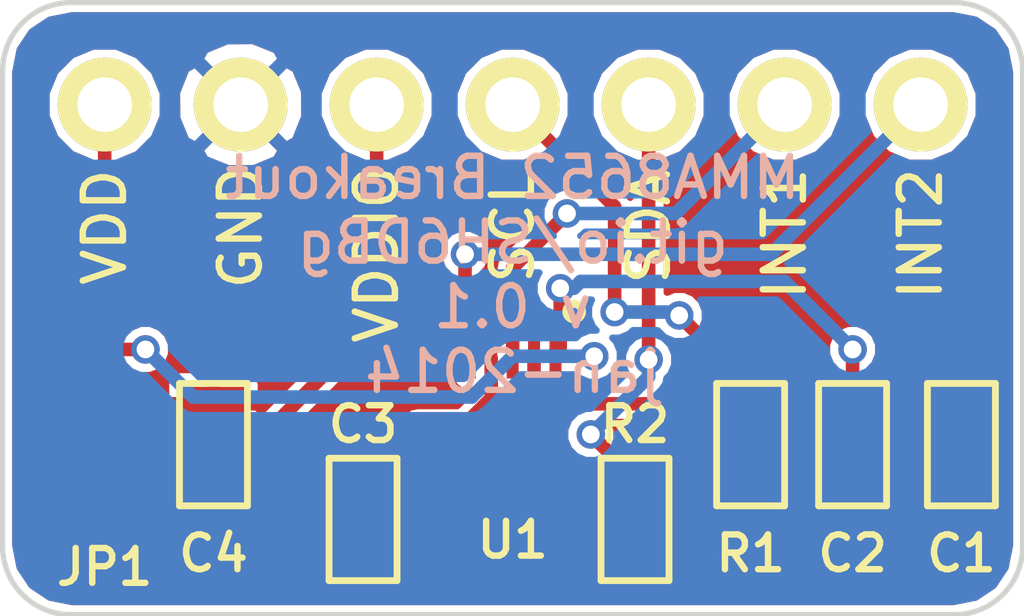
<source format=kicad_pcb>
(kicad_pcb (version 3) (host pcbnew "(2013-07-07 BZR 4022)-stable")

  (general
    (links 23)
    (no_connects 0)
    (area 174.239267 35.4126 194.995001 47.675001)
    (thickness 1.6)
    (drawings 9)
    (tracks 68)
    (zones 0)
    (modules 15)
    (nets 9)
  )

  (page A3)
  (layers
    (15 F.Cu signal)
    (0 B.Cu signal)
    (16 B.Adhes user)
    (17 F.Adhes user)
    (18 B.Paste user)
    (19 F.Paste user)
    (20 B.SilkS user)
    (21 F.SilkS user)
    (22 B.Mask user)
    (23 F.Mask user)
    (24 Dwgs.User user)
    (25 Cmts.User user)
    (26 Eco1.User user)
    (27 Eco2.User user)
    (28 Edge.Cuts user)
  )

  (setup
    (last_trace_width 0.254)
    (trace_clearance 0.1524)
    (zone_clearance 0.127)
    (zone_45_only no)
    (trace_min 0.254)
    (segment_width 0.2)
    (edge_width 0.1)
    (via_size 0.889)
    (via_drill 0.635)
    (via_min_size 0.5334)
    (via_min_drill 0.3302)
    (user_via 0.5334 0.3302)
    (uvia_size 0.508)
    (uvia_drill 0.127)
    (uvias_allowed no)
    (uvia_min_size 0.508)
    (uvia_min_drill 0.127)
    (pcb_text_width 0.3)
    (pcb_text_size 1.5 1.5)
    (mod_edge_width 0.15)
    (mod_text_size 1 1)
    (mod_text_width 0.15)
    (pad_size 1 0.225)
    (pad_drill 0)
    (pad_to_mask_clearance 0)
    (aux_axis_origin 0 0)
    (visible_elements 7FFFFFBF)
    (pcbplotparams
      (layerselection 284196865)
      (usegerberextensions true)
      (excludeedgelayer true)
      (linewidth 0.150000)
      (plotframeref false)
      (viasonmask false)
      (mode 1)
      (useauxorigin false)
      (hpglpennumber 1)
      (hpglpenspeed 20)
      (hpglpendiameter 15)
      (hpglpenoverlay 2)
      (psnegative false)
      (psa4output false)
      (plotreference true)
      (plotvalue true)
      (plotothertext true)
      (plotinvisibletext false)
      (padsonsilk false)
      (subtractmaskfromsilk false)
      (outputformat 1)
      (mirror false)
      (drillshape 0)
      (scaleselection 1)
      (outputdirectory gerbers))
  )

  (net 0 "")
  (net 1 GND)
  (net 2 INT1)
  (net 3 INT2)
  (net 4 N-000002)
  (net 5 SCL)
  (net 6 SDA)
  (net 7 VDD)
  (net 8 VDDIO)

  (net_class Default "This is the default net class."
    (clearance 0.1524)
    (trace_width 0.254)
    (via_dia 0.889)
    (via_drill 0.635)
    (uvia_dia 0.508)
    (uvia_drill 0.127)
    (add_net "")
    (add_net GND)
    (add_net INT1)
    (add_net INT2)
    (add_net N-000002)
    (add_net SCL)
    (add_net SDA)
    (add_net VDD)
    (add_net VDDIO)
  )

  (module SM0603 (layer F.Cu) (tedit 52D8923C) (tstamp 52D88CCC)
    (at 191.77 44.45 270)
    (path /52D6E4BE)
    (attr smd)
    (fp_text reference C2 (at 2.032 0 360) (layer F.SilkS)
      (effects (font (size 0.65 0.65) (thickness 0.12)))
    )
    (fp_text value 0.1uF (at 0 0 270) (layer F.SilkS) hide
      (effects (font (size 0.508 0.4572) (thickness 0.1143)))
    )
    (fp_line (start -1.143 -0.635) (end 1.143 -0.635) (layer F.SilkS) (width 0.127))
    (fp_line (start 1.143 -0.635) (end 1.143 0.635) (layer F.SilkS) (width 0.127))
    (fp_line (start 1.143 0.635) (end -1.143 0.635) (layer F.SilkS) (width 0.127))
    (fp_line (start -1.143 0.635) (end -1.143 -0.635) (layer F.SilkS) (width 0.127))
    (pad 1 smd rect (at -0.762 0 270) (size 0.635 1.143)
      (layers F.Cu F.Paste F.Mask)
      (net 7 VDD)
    )
    (pad 2 smd rect (at 0.762 0 270) (size 0.635 1.143)
      (layers F.Cu F.Paste F.Mask)
      (net 1 GND)
    )
    (model smd\resistors\R0603.wrl
      (at (xyz 0 0 0.001))
      (scale (xyz 0.5 0.5 0.5))
      (rotate (xyz 0 0 0))
    )
  )

  (module SM0603 (layer F.Cu) (tedit 52D89240) (tstamp 52D88CD6)
    (at 193.802 44.45 270)
    (path /52D6E4CB)
    (attr smd)
    (fp_text reference C1 (at 2.032 0 360) (layer F.SilkS)
      (effects (font (size 0.65 0.65) (thickness 0.12)))
    )
    (fp_text value 1uF (at 0 0 270) (layer F.SilkS) hide
      (effects (font (size 0.508 0.4572) (thickness 0.1143)))
    )
    (fp_line (start -1.143 -0.635) (end 1.143 -0.635) (layer F.SilkS) (width 0.127))
    (fp_line (start 1.143 -0.635) (end 1.143 0.635) (layer F.SilkS) (width 0.127))
    (fp_line (start 1.143 0.635) (end -1.143 0.635) (layer F.SilkS) (width 0.127))
    (fp_line (start -1.143 0.635) (end -1.143 -0.635) (layer F.SilkS) (width 0.127))
    (pad 1 smd rect (at -0.762 0 270) (size 0.635 1.143)
      (layers F.Cu F.Paste F.Mask)
      (net 7 VDD)
    )
    (pad 2 smd rect (at 0.762 0 270) (size 0.635 1.143)
      (layers F.Cu F.Paste F.Mask)
      (net 1 GND)
    )
    (model smd\resistors\R0603.wrl
      (at (xyz 0 0 0.001))
      (scale (xyz 0.5 0.5 0.5))
      (rotate (xyz 0 0 0))
    )
  )

  (module SM0603 (layer F.Cu) (tedit 52D89402) (tstamp 52D88CE0)
    (at 187.706 45.847 90)
    (path /52D6E64E)
    (attr smd)
    (fp_text reference R2 (at 1.778 0 180) (layer F.SilkS)
      (effects (font (size 0.65 0.65) (thickness 0.12)))
    )
    (fp_text value 1K (at 0 0 90) (layer F.SilkS) hide
      (effects (font (size 0.508 0.4572) (thickness 0.1143)))
    )
    (fp_line (start -1.143 -0.635) (end 1.143 -0.635) (layer F.SilkS) (width 0.127))
    (fp_line (start 1.143 -0.635) (end 1.143 0.635) (layer F.SilkS) (width 0.127))
    (fp_line (start 1.143 0.635) (end -1.143 0.635) (layer F.SilkS) (width 0.127))
    (fp_line (start -1.143 0.635) (end -1.143 -0.635) (layer F.SilkS) (width 0.127))
    (pad 1 smd rect (at -0.762 0 90) (size 0.635 1.143)
      (layers F.Cu F.Paste F.Mask)
      (net 8 VDDIO)
    )
    (pad 2 smd rect (at 0.762 0 90) (size 0.635 1.143)
      (layers F.Cu F.Paste F.Mask)
      (net 6 SDA)
    )
    (model smd\resistors\R0603.wrl
      (at (xyz 0 0 0.001))
      (scale (xyz 0.5 0.5 0.5))
      (rotate (xyz 0 0 0))
    )
  )

  (module SM0603 (layer F.Cu) (tedit 52D8940A) (tstamp 52D88CEA)
    (at 182.626 45.847 270)
    (path /52D6E6E7)
    (attr smd)
    (fp_text reference C3 (at -1.778 0 360) (layer F.SilkS)
      (effects (font (size 0.65 0.65) (thickness 0.12)))
    )
    (fp_text value 100nF (at 0 0 270) (layer F.SilkS) hide
      (effects (font (size 0.508 0.4572) (thickness 0.1143)))
    )
    (fp_line (start -1.143 -0.635) (end 1.143 -0.635) (layer F.SilkS) (width 0.127))
    (fp_line (start 1.143 -0.635) (end 1.143 0.635) (layer F.SilkS) (width 0.127))
    (fp_line (start 1.143 0.635) (end -1.143 0.635) (layer F.SilkS) (width 0.127))
    (fp_line (start -1.143 0.635) (end -1.143 -0.635) (layer F.SilkS) (width 0.127))
    (pad 1 smd rect (at -0.762 0 270) (size 0.635 1.143)
      (layers F.Cu F.Paste F.Mask)
      (net 4 N-000002)
    )
    (pad 2 smd rect (at 0.762 0 270) (size 0.635 1.143)
      (layers F.Cu F.Paste F.Mask)
      (net 1 GND)
    )
    (model smd\resistors\R0603.wrl
      (at (xyz 0 0 0.001))
      (scale (xyz 0.5 0.5 0.5))
      (rotate (xyz 0 0 0))
    )
  )

  (module SM0603 (layer F.Cu) (tedit 52D892A2) (tstamp 52D88CF4)
    (at 189.865 44.45 270)
    (path /52D6E7E3)
    (attr smd)
    (fp_text reference R1 (at 2.032 0 360) (layer F.SilkS)
      (effects (font (size 0.65 0.65) (thickness 0.12)))
    )
    (fp_text value 1K (at 0 0 270) (layer F.SilkS) hide
      (effects (font (size 0.508 0.4572) (thickness 0.1143)))
    )
    (fp_line (start -1.143 -0.635) (end 1.143 -0.635) (layer F.SilkS) (width 0.127))
    (fp_line (start 1.143 -0.635) (end 1.143 0.635) (layer F.SilkS) (width 0.127))
    (fp_line (start 1.143 0.635) (end -1.143 0.635) (layer F.SilkS) (width 0.127))
    (fp_line (start -1.143 0.635) (end -1.143 -0.635) (layer F.SilkS) (width 0.127))
    (pad 1 smd rect (at -0.762 0 270) (size 0.635 1.143)
      (layers F.Cu F.Paste F.Mask)
      (net 5 SCL)
    )
    (pad 2 smd rect (at 0.762 0 270) (size 0.635 1.143)
      (layers F.Cu F.Paste F.Mask)
      (net 8 VDDIO)
    )
    (model smd\resistors\R0603.wrl
      (at (xyz 0 0 0.001))
      (scale (xyz 0.5 0.5 0.5))
      (rotate (xyz 0 0 0))
    )
  )

  (module SM0603 (layer F.Cu) (tedit 52D89232) (tstamp 52D89250)
    (at 179.832 44.45 90)
    (path /52D6E91A)
    (attr smd)
    (fp_text reference C4 (at -2.032 0 180) (layer F.SilkS)
      (effects (font (size 0.65 0.65) (thickness 0.12)))
    )
    (fp_text value 0.1uF (at 0 0 90) (layer F.SilkS) hide
      (effects (font (size 0.508 0.4572) (thickness 0.1143)))
    )
    (fp_line (start -1.143 -0.635) (end 1.143 -0.635) (layer F.SilkS) (width 0.127))
    (fp_line (start 1.143 -0.635) (end 1.143 0.635) (layer F.SilkS) (width 0.127))
    (fp_line (start 1.143 0.635) (end -1.143 0.635) (layer F.SilkS) (width 0.127))
    (fp_line (start -1.143 0.635) (end -1.143 -0.635) (layer F.SilkS) (width 0.127))
    (pad 1 smd rect (at -0.762 0 90) (size 0.635 1.143)
      (layers F.Cu F.Paste F.Mask)
      (net 8 VDDIO)
    )
    (pad 2 smd rect (at 0.762 0 90) (size 0.635 1.143)
      (layers F.Cu F.Paste F.Mask)
      (net 1 GND)
    )
    (model smd\resistors\R0603.wrl
      (at (xyz 0 0 0.001))
      (scale (xyz 0.5 0.5 0.5))
      (rotate (xyz 0 0 0))
    )
  )

  (module jmp_small (layer F.Cu) (tedit 52D8922E) (tstamp 52D89257)
    (at 177.8 44.45)
    (path /52D6E87D)
    (fp_text reference JP1 (at 0 2.286) (layer F.SilkS)
      (effects (font (size 0.65 0.65) (thickness 0.12)))
    )
    (fp_text value JUMPER (at 0 1.9) (layer F.SilkS) hide
      (effects (font (size 1 1) (thickness 0.15)))
    )
    (pad 1 smd trapezoid (at 0 -0.635) (size 1 1) (rect_delta 0 0.25 )
      (layers F.Cu F.Paste F.Mask)
      (net 7 VDD)
    )
    (pad 2 smd trapezoid (at 0 0.635) (size 1 1) (rect_delta 0 -0.25 )
      (layers F.Cu F.Paste F.Mask)
      (net 8 VDDIO)
    )
  )

  (module TEST_0.100 (layer F.Cu) (tedit 52D89165) (tstamp 52D89086)
    (at 177.8 38.1)
    (path /52D88DCF)
    (fp_text reference P1 (at 0 -2.1) (layer F.SilkS) hide
      (effects (font (size 0.75 0.75) (thickness 0.12)))
    )
    (fp_text value VDD (at 0 2.286 90) (layer F.SilkS)
      (effects (font (size 0.75 0.75) (thickness 0.12)))
    )
    (pad 1 thru_hole circle (at 0 0) (size 1.75 1.75) (drill 1.02)
      (layers *.Cu *.Mask F.SilkS)
      (net 7 VDD)
    )
  )

  (module TEST_0.100 (layer F.Cu) (tedit 52D89161) (tstamp 52D8908B)
    (at 182.88 38.1)
    (path /52D88DDE)
    (fp_text reference P3 (at 0 -2.1) (layer F.SilkS) hide
      (effects (font (size 0.75 0.75) (thickness 0.12)))
    )
    (fp_text value VDDIO (at 0 2.794 90) (layer F.SilkS)
      (effects (font (size 0.75 0.75) (thickness 0.12)))
    )
    (pad 1 thru_hole circle (at 0 0) (size 1.75 1.75) (drill 1.02)
      (layers *.Cu *.Mask F.SilkS)
      (net 8 VDDIO)
    )
  )

  (module TEST_0.100 (layer F.Cu) (tedit 52D89163) (tstamp 52D89090)
    (at 180.34 38.1)
    (path /52D88E11)
    (fp_text reference P2 (at 0 -2.1) (layer F.SilkS) hide
      (effects (font (size 0.75 0.75) (thickness 0.12)))
    )
    (fp_text value GND (at 0 2.286 90) (layer F.SilkS)
      (effects (font (size 0.75 0.75) (thickness 0.12)))
    )
    (pad 1 thru_hole circle (at 0 0) (size 1.75 1.75) (drill 1.02)
      (layers *.Cu *.Mask F.SilkS)
      (net 1 GND)
    )
  )

  (module TEST_0.100 (layer F.Cu) (tedit 52D89168) (tstamp 52D89095)
    (at 185.42 38.1)
    (path /52D88EDB)
    (fp_text reference P4 (at 0 -2.1) (layer F.SilkS) hide
      (effects (font (size 0.75 0.75) (thickness 0.12)))
    )
    (fp_text value SCL (at 0 2.286 90) (layer F.SilkS)
      (effects (font (size 0.75 0.75) (thickness 0.12)))
    )
    (pad 1 thru_hole circle (at 0 0) (size 1.75 1.75) (drill 1.02)
      (layers *.Cu *.Mask F.SilkS)
      (net 5 SCL)
    )
  )

  (module TEST_0.100 (layer F.Cu) (tedit 52D8916A) (tstamp 52D8909A)
    (at 187.96 38.1)
    (path /52D88EE1)
    (fp_text reference P5 (at 0 -2.1) (layer F.SilkS) hide
      (effects (font (size 0.75 0.75) (thickness 0.12)))
    )
    (fp_text value SDA (at 0 2.286 90) (layer F.SilkS)
      (effects (font (size 0.75 0.75) (thickness 0.12)))
    )
    (pad 1 thru_hole circle (at 0 0) (size 1.75 1.75) (drill 1.02)
      (layers *.Cu *.Mask F.SilkS)
      (net 6 SDA)
    )
  )

  (module TEST_0.100 (layer F.Cu) (tedit 52D8916F) (tstamp 52D8909F)
    (at 190.5 38.1)
    (path /52D88EE7)
    (fp_text reference P6 (at 0 -2.1) (layer F.SilkS) hide
      (effects (font (size 0.75 0.75) (thickness 0.12)))
    )
    (fp_text value INT1 (at 0 2.413 90) (layer F.SilkS)
      (effects (font (size 0.75 0.75) (thickness 0.12)))
    )
    (pad 1 thru_hole circle (at 0 0) (size 1.75 1.75) (drill 1.02)
      (layers *.Cu *.Mask F.SilkS)
      (net 2 INT1)
    )
  )

  (module TEST_0.100 (layer F.Cu) (tedit 52D8916D) (tstamp 52D890A4)
    (at 193.04 38.1)
    (path /52D88EED)
    (fp_text reference P7 (at 0 -2.1) (layer F.SilkS) hide
      (effects (font (size 0.75 0.75) (thickness 0.12)))
    )
    (fp_text value INT2 (at 0 2.413 90) (layer F.SilkS)
      (effects (font (size 0.75 0.75) (thickness 0.12)))
    )
    (pad 1 thru_hole circle (at 0 0) (size 1.75 1.75) (drill 1.02)
      (layers *.Cu *.Mask F.SilkS)
      (net 3 INT2)
    )
  )

  (module mma8652 (layer F.Cu) (tedit 52D893F3) (tstamp 52D897A3)
    (at 185.42 43.815 270)
    (path /52D73DD3)
    (fp_text reference U1 (at 2.413 0 360) (layer F.SilkS)
      (effects (font (size 0.65 0.65) (thickness 0.12)))
    )
    (fp_text value MMA8652 (at 0 2 270) (layer F.SilkS) hide
      (effects (font (size 0.75 0.75) (thickness 0.15)))
    )
    (fp_circle (center -1.85 -1.15) (end -1.8 -1.1) (layer F.SilkS) (width 0.15))
    (pad 1 smd rect (at -1.1 -0.8 270) (size 1 0.225)
      (layers F.Cu F.Paste F.Mask)
      (net 7 VDD)
    )
    (pad 2 smd rect (at -1.1 -0.4 270) (size 1 0.225)
      (layers F.Cu F.Paste F.Mask)
      (net 5 SCL)
    )
    (pad 3 smd rect (at -1.1 0 270) (size 1 0.225)
      (layers F.Cu F.Paste F.Mask)
      (net 2 INT1)
    )
    (pad 4 smd rect (at -1.1 0.4 270) (size 1 0.225)
      (layers F.Cu F.Paste F.Mask)
      (net 4 N-000002)
    )
    (pad 5 smd rect (at -1.1 0.8 270) (size 1 0.225)
      (layers F.Cu F.Paste F.Mask)
      (net 3 INT2)
    )
    (pad 6 smd rect (at 1.1 0.8 270) (size 1 0.225)
      (layers F.Cu F.Paste F.Mask)
      (net 1 GND)
    )
    (pad 7 smd rect (at 1.1 0.4 270) (size 1 0.225)
      (layers F.Cu F.Paste F.Mask)
      (net 1 GND)
    )
    (pad 8 smd rect (at 1.1 0 270) (size 1 0.225)
      (layers F.Cu F.Paste F.Mask)
      (net 8 VDDIO)
    )
    (pad 9 smd rect (at 1.1 -0.4 270) (size 1 0.225)
      (layers F.Cu F.Paste F.Mask)
      (net 1 GND)
    )
    (pad 10 smd rect (at 1.1 -0.8 270) (size 1 0.225)
      (layers F.Cu F.Paste F.Mask)
      (net 6 SDA)
    )
  )

  (gr_text "MMA8652 Breakout\ngit.io/SH6DBg\nv 0.1\njan-2014" (at 185.42 41.275) (layer B.SilkS)
    (effects (font (size 0.75 0.75) (thickness 0.12)) (justify mirror))
  )
  (gr_line (start 194.945 46.355) (end 194.945 37.465) (angle 90) (layer Edge.Cuts) (width 0.1))
  (gr_line (start 177.165 47.625) (end 193.675 47.625) (angle 90) (layer Edge.Cuts) (width 0.1))
  (gr_line (start 175.895 37.465) (end 175.895 46.355) (angle 90) (layer Edge.Cuts) (width 0.1))
  (gr_line (start 193.675 36.195) (end 177.165 36.195) (angle 90) (layer Edge.Cuts) (width 0.1))
  (gr_arc (start 193.675 37.465) (end 193.675 36.195) (angle 90) (layer Edge.Cuts) (width 0.1))
  (gr_arc (start 177.165 37.465) (end 175.895 37.465) (angle 90) (layer Edge.Cuts) (width 0.1))
  (gr_arc (start 177.165 46.355) (end 177.165 47.625) (angle 90) (layer Edge.Cuts) (width 0.1))
  (gr_arc (start 193.675 46.355) (end 194.945 46.355) (angle 90) (layer Edge.Cuts) (width 0.1))

  (segment (start 185.42 42.715) (end 185.42 41.148) (width 0.254) (layer F.Cu) (net 2) (status 400000))
  (segment (start 188.468 40.132) (end 190.5 38.1) (width 0.254) (layer B.Cu) (net 2) (tstamp 52D89837) (status 800000))
  (segment (start 186.436 40.132) (end 188.468 40.132) (width 0.254) (layer B.Cu) (net 2) (tstamp 52D89836))
  (via (at 186.436 40.132) (size 0.5334) (drill 0.3302) (layers F.Cu B.Cu) (net 2))
  (segment (start 185.42 41.148) (end 186.436 40.132) (width 0.254) (layer F.Cu) (net 2) (tstamp 52D89831))
  (segment (start 184.62 42.715) (end 184.531 42.626) (width 0.254) (layer F.Cu) (net 3) (status C00000))
  (segment (start 190.246 40.894) (end 193.04 38.1) (width 0.254) (layer B.Cu) (net 3) (tstamp 52D89844) (status 800000))
  (segment (start 184.531 40.894) (end 190.246 40.894) (width 0.254) (layer B.Cu) (net 3) (tstamp 52D89843))
  (via (at 184.531 40.894) (size 0.5334) (drill 0.3302) (layers F.Cu B.Cu) (net 3))
  (segment (start 184.531 42.626) (end 184.531 40.894) (width 0.254) (layer F.Cu) (net 3) (tstamp 52D8983B) (status 400000))
  (segment (start 185.02 42.842) (end 185.02 43.58) (width 0.254) (layer F.Cu) (net 4) (status 10))
  (segment (start 183.642 44.069) (end 182.626 45.085) (width 0.254) (layer F.Cu) (net 4) (tstamp 52D894E0) (status 20))
  (segment (start 184.531 44.069) (end 183.642 44.069) (width 0.254) (layer F.Cu) (net 4) (tstamp 52D894DF))
  (segment (start 185.02 43.58) (end 184.531 44.069) (width 0.254) (layer F.Cu) (net 4) (tstamp 52D894DE))
  (segment (start 189.738 42.418) (end 188.9125 42.418) (width 0.254) (layer F.Cu) (net 5))
  (segment (start 189.738 43.688) (end 189.738 42.418) (width 0.254) (layer F.Cu) (net 5) (status 10))
  (segment (start 187.325 40.005) (end 185.42 38.1) (width 0.254) (layer F.Cu) (net 5) (tstamp 52D89583) (status 20))
  (segment (start 187.325 41.9735) (end 187.325 40.005) (width 0.254) (layer F.Cu) (net 5) (tstamp 52D89582))
  (via (at 187.325 41.9735) (size 0.5334) (drill 0.3302) (layers F.Cu B.Cu) (net 5))
  (segment (start 188.468 41.9735) (end 187.325 41.9735) (width 0.254) (layer B.Cu) (net 5) (tstamp 52D89580))
  (segment (start 188.5315 42.037) (end 188.468 41.9735) (width 0.254) (layer B.Cu) (net 5) (tstamp 52D8957F))
  (via (at 188.5315 42.037) (size 0.5334) (drill 0.3302) (layers F.Cu B.Cu) (net 5))
  (segment (start 188.9125 42.418) (end 188.5315 42.037) (width 0.254) (layer F.Cu) (net 5) (tstamp 52D8957C))
  (segment (start 189.738 43.688) (end 185.839 43.688) (width 0.254) (layer F.Cu) (net 5) (status 10))
  (segment (start 185.839 43.688) (end 185.82 43.669) (width 0.254) (layer F.Cu) (net 5) (tstamp 52D89473))
  (segment (start 185.82 42.842) (end 185.82 43.669) (width 0.254) (layer F.Cu) (net 5) (status 10))
  (segment (start 187.96 43.18) (end 187.96 42.8625) (width 0.254) (layer B.Cu) (net 6))
  (via (at 186.8805 44.2595) (size 0.5334) (drill 0.3302) (layers F.Cu B.Cu) (net 6))
  (segment (start 186.8805 44.2595) (end 187.96 43.18) (width 0.254) (layer B.Cu) (net 6) (tstamp 52D8955C))
  (segment (start 187.706 45.085) (end 186.8805 44.2595) (width 0.254) (layer F.Cu) (net 6) (status 10))
  (segment (start 187.96 42.8625) (end 187.96 38.1) (width 0.254) (layer F.Cu) (net 6) (tstamp 52D89579) (status 20))
  (via (at 187.96 42.8625) (size 0.5334) (drill 0.3302) (layers F.Cu B.Cu) (net 6))
  (segment (start 186.22 45.042) (end 187.663 45.042) (width 0.254) (layer F.Cu) (net 6) (status 30))
  (segment (start 187.663 45.042) (end 187.706 45.085) (width 0.254) (layer F.Cu) (net 6) (tstamp 52D894DB) (status 30))
  (segment (start 186.69 41.402) (end 190.5 41.402) (width 0.254) (layer B.Cu) (net 7))
  (segment (start 186.309 42.626) (end 186.309 41.529) (width 0.254) (layer F.Cu) (net 7) (tstamp 52D898A8) (status 400000))
  (via (at 186.309 41.529) (size 0.5334) (drill 0.3302) (layers F.Cu B.Cu) (net 7))
  (segment (start 186.309 41.529) (end 186.563 41.529) (width 0.254) (layer B.Cu) (net 7) (tstamp 52D898B3))
  (segment (start 186.563 41.529) (end 186.69 41.402) (width 0.254) (layer B.Cu) (net 7) (tstamp 52D898B4))
  (segment (start 186.22 42.715) (end 186.309 42.626) (width 0.254) (layer F.Cu) (net 7) (status C00000))
  (segment (start 191.77 42.672) (end 191.77 43.688) (width 0.254) (layer F.Cu) (net 7) (tstamp 52D898C3) (status 800000))
  (via (at 191.77 42.672) (size 0.5334) (drill 0.3302) (layers F.Cu B.Cu) (net 7))
  (segment (start 190.5 41.402) (end 191.77 42.672) (width 0.254) (layer B.Cu) (net 7) (tstamp 52D898B9))
  (segment (start 186.22 42.715) (end 186.304 42.799) (width 0.254) (layer F.Cu) (net 7) (status C00000))
  (segment (start 178.562 42.672) (end 177.8 42.672) (width 0.254) (layer F.Cu) (net 7) (tstamp 52D89804))
  (via (at 178.562 42.672) (size 0.5334) (drill 0.3302) (layers F.Cu B.Cu) (net 7))
  (segment (start 179.451 43.561) (end 178.562 42.672) (width 0.254) (layer B.Cu) (net 7) (tstamp 52D89802))
  (segment (start 184.658 43.561) (end 179.451 43.561) (width 0.254) (layer B.Cu) (net 7) (tstamp 52D89801))
  (segment (start 185.42 42.799) (end 184.658 43.561) (width 0.254) (layer B.Cu) (net 7) (tstamp 52D89800))
  (segment (start 186.944 42.799) (end 185.42 42.799) (width 0.254) (layer B.Cu) (net 7) (tstamp 52D897FF))
  (via (at 186.944 42.799) (size 0.5334) (drill 0.3302) (layers F.Cu B.Cu) (net 7))
  (segment (start 186.304 42.799) (end 186.944 42.799) (width 0.254) (layer F.Cu) (net 7) (tstamp 52D897FD) (status 400000))
  (segment (start 191.77 43.688) (end 193.802 43.688) (width 0.254) (layer F.Cu) (net 7) (status 30))
  (segment (start 177.8 43.815) (end 177.8 42.672) (width 0.254) (layer F.Cu) (net 7) (status 30))
  (segment (start 177.8 42.672) (end 177.8 38.1) (width 0.254) (layer F.Cu) (net 7) (tstamp 52D89807) (status 30))
  (segment (start 179.832 45.212) (end 182.88 42.164) (width 0.254) (layer F.Cu) (net 8) (status 10))
  (segment (start 182.88 42.164) (end 182.88 38.1) (width 0.254) (layer F.Cu) (net 8) (tstamp 52D895A1) (status 20))
  (segment (start 179.832 45.212) (end 180.467 45.847) (width 0.254) (layer F.Cu) (net 8) (status 10))
  (segment (start 183.9595 46.0375) (end 185.42 46.0375) (width 0.254) (layer F.Cu) (net 8) (tstamp 52D89509))
  (segment (start 183.769 45.847) (end 183.9595 46.0375) (width 0.254) (layer F.Cu) (net 8) (tstamp 52D89508))
  (segment (start 180.467 45.847) (end 183.769 45.847) (width 0.254) (layer F.Cu) (net 8) (tstamp 52D89507))
  (segment (start 185.42 45.042) (end 185.42 46.0375) (width 0.254) (layer F.Cu) (net 8) (status 10))
  (segment (start 185.9915 46.609) (end 187.706 46.609) (width 0.254) (layer F.Cu) (net 8) (tstamp 52D894F9) (status 20))
  (segment (start 185.42 46.0375) (end 185.9915 46.609) (width 0.254) (layer F.Cu) (net 8) (tstamp 52D894F8))
  (segment (start 189.738 45.212) (end 188.341 46.609) (width 0.254) (layer F.Cu) (net 8) (status 10))
  (segment (start 188.341 46.609) (end 187.706 46.609) (width 0.254) (layer F.Cu) (net 8) (tstamp 52D894F5) (status 20))
  (segment (start 177.8 45.085) (end 179.705 45.085) (width 0.254) (layer F.Cu) (net 8) (status 30))
  (segment (start 179.705 45.085) (end 179.832 45.212) (width 0.254) (layer F.Cu) (net 8) (tstamp 52D894F0) (status 30))

  (zone (net 1) (net_name GND) (layer B.Cu) (tstamp 52D89970) (hatch edge 0.508)
    (connect_pads (clearance 0.127))
    (min_thickness 0.127)
    (fill (arc_segments 16) (thermal_gap 0.254) (thermal_bridge_width 0.254))
    (polygon
      (pts
        (xy 194.945 47.625) (xy 175.895 47.625) (xy 175.895 36.195) (xy 194.945 36.195)
      )
    )
    (filled_polygon
      (pts
        (xy 194.7045 46.329192) (xy 194.621917 46.746262) (xy 194.398981 47.08054) (xy 194.131088 47.259201) (xy 194.131088 37.883959)
        (xy 193.965358 37.482863) (xy 193.658751 37.17572) (xy 193.257945 37.009291) (xy 192.823959 37.008912) (xy 192.422863 37.174642)
        (xy 192.11572 37.481249) (xy 191.949291 37.882055) (xy 191.948912 38.316041) (xy 192.062974 38.592092) (xy 190.103966 40.5511)
        (xy 186.685458 40.5511) (xy 186.709014 40.541367) (xy 186.775597 40.4749) (xy 188.468 40.4749) (xy 188.599222 40.448798)
        (xy 188.710467 40.374467) (xy 190.008015 39.076918) (xy 190.282055 39.190709) (xy 190.716041 39.191088) (xy 191.117137 39.025358)
        (xy 191.42428 38.718751) (xy 191.590709 38.317945) (xy 191.591088 37.883959) (xy 191.425358 37.482863) (xy 191.118751 37.17572)
        (xy 190.717945 37.009291) (xy 190.283959 37.008912) (xy 189.882863 37.174642) (xy 189.57572 37.481249) (xy 189.409291 37.882055)
        (xy 189.408912 38.316041) (xy 189.522974 38.592091) (xy 189.051088 39.063977) (xy 189.051088 37.883959) (xy 188.885358 37.482863)
        (xy 188.578751 37.17572) (xy 188.177945 37.009291) (xy 187.743959 37.008912) (xy 187.342863 37.174642) (xy 187.03572 37.481249)
        (xy 186.869291 37.882055) (xy 186.868912 38.316041) (xy 187.034642 38.717137) (xy 187.341249 39.02428) (xy 187.742055 39.190709)
        (xy 188.176041 39.191088) (xy 188.577137 39.025358) (xy 188.88428 38.718751) (xy 189.050709 38.317945) (xy 189.051088 37.883959)
        (xy 189.051088 39.063977) (xy 188.325966 39.7891) (xy 186.775602 39.7891) (xy 186.709728 39.72311) (xy 186.532416 39.649484)
        (xy 186.511088 39.649465) (xy 186.511088 37.883959) (xy 186.345358 37.482863) (xy 186.038751 37.17572) (xy 185.637945 37.009291)
        (xy 185.203959 37.008912) (xy 184.802863 37.174642) (xy 184.49572 37.481249) (xy 184.329291 37.882055) (xy 184.328912 38.316041)
        (xy 184.494642 38.717137) (xy 184.801249 39.02428) (xy 185.202055 39.190709) (xy 185.636041 39.191088) (xy 186.037137 39.025358)
        (xy 186.34428 38.718751) (xy 186.510709 38.317945) (xy 186.511088 37.883959) (xy 186.511088 39.649465) (xy 186.340426 39.649316)
        (xy 186.162986 39.722633) (xy 186.02711 39.858272) (xy 185.953484 40.035584) (xy 185.953316 40.227574) (xy 186.026633 40.405014)
        (xy 186.162272 40.54089) (xy 186.18686 40.5511) (xy 184.870602 40.5511) (xy 184.804728 40.48511) (xy 184.627416 40.411484)
        (xy 184.435426 40.411316) (xy 184.257986 40.484633) (xy 184.12211 40.620272) (xy 184.048484 40.797584) (xy 184.048316 40.989574)
        (xy 184.121633 41.167014) (xy 184.257272 41.30289) (xy 184.434584 41.376516) (xy 184.626574 41.376684) (xy 184.804014 41.303367)
        (xy 184.870597 41.2369) (xy 185.918514 41.2369) (xy 185.90011 41.255272) (xy 185.826484 41.432584) (xy 185.826316 41.624574)
        (xy 185.899633 41.802014) (xy 186.035272 41.93789) (xy 186.212584 42.011516) (xy 186.404574 42.011684) (xy 186.582014 41.938367)
        (xy 186.669897 41.850636) (xy 186.694222 41.845798) (xy 186.805467 41.771467) (xy 186.832034 41.7449) (xy 186.897371 41.7449)
        (xy 186.842484 41.877084) (xy 186.842316 42.069074) (xy 186.915633 42.246514) (xy 186.985432 42.316435) (xy 186.848426 42.316316)
        (xy 186.670986 42.389633) (xy 186.604402 42.4561) (xy 185.42 42.4561) (xy 185.419999 42.4561) (xy 185.393897 42.461292)
        (xy 185.288778 42.482202) (xy 185.177533 42.556533) (xy 185.17753 42.556536) (xy 184.515966 43.2181) (xy 183.971088 43.2181)
        (xy 183.971088 37.883959) (xy 183.805358 37.482863) (xy 183.498751 37.17572) (xy 183.097945 37.009291) (xy 182.663959 37.008912)
        (xy 182.262863 37.174642) (xy 181.95572 37.481249) (xy 181.789291 37.882055) (xy 181.788912 38.316041) (xy 181.954642 38.717137)
        (xy 182.261249 39.02428) (xy 182.662055 39.190709) (xy 183.096041 39.191088) (xy 183.497137 39.025358) (xy 183.80428 38.718751)
        (xy 183.970709 38.317945) (xy 183.971088 37.883959) (xy 183.971088 43.2181) (xy 181.535477 43.2181) (xy 181.535477 38.321705)
        (xy 181.52932 37.847339) (xy 181.359635 37.437682) (xy 181.187263 37.342539) (xy 181.097461 37.432341) (xy 181.097461 37.252737)
        (xy 181.002318 37.080365) (xy 180.561705 36.904523) (xy 180.087339 36.91068) (xy 179.677682 37.080365) (xy 179.582539 37.252737)
        (xy 180.34 38.010197) (xy 181.097461 37.252737) (xy 181.097461 37.432341) (xy 180.429803 38.1) (xy 181.187263 38.857461)
        (xy 181.359635 38.762318) (xy 181.535477 38.321705) (xy 181.535477 43.2181) (xy 181.097461 43.2181) (xy 181.097461 38.947263)
        (xy 180.34 38.189803) (xy 180.250197 38.279605) (xy 180.250197 38.1) (xy 179.492737 37.342539) (xy 179.320365 37.437682)
        (xy 179.144523 37.878295) (xy 179.15068 38.352661) (xy 179.320365 38.762318) (xy 179.492737 38.857461) (xy 180.250197 38.1)
        (xy 180.250197 38.279605) (xy 179.582539 38.947263) (xy 179.677682 39.119635) (xy 180.118295 39.295477) (xy 180.592661 39.28932)
        (xy 181.002318 39.119635) (xy 181.097461 38.947263) (xy 181.097461 43.2181) (xy 179.593034 43.2181) (xy 179.044602 42.669668)
        (xy 179.044684 42.576426) (xy 178.971367 42.398986) (xy 178.891088 42.318566) (xy 178.891088 37.883959) (xy 178.725358 37.482863)
        (xy 178.418751 37.17572) (xy 178.017945 37.009291) (xy 177.583959 37.008912) (xy 177.182863 37.174642) (xy 176.87572 37.481249)
        (xy 176.709291 37.882055) (xy 176.708912 38.316041) (xy 176.874642 38.717137) (xy 177.181249 39.02428) (xy 177.582055 39.190709)
        (xy 178.016041 39.191088) (xy 178.417137 39.025358) (xy 178.72428 38.718751) (xy 178.890709 38.317945) (xy 178.891088 37.883959)
        (xy 178.891088 42.318566) (xy 178.835728 42.26311) (xy 178.658416 42.189484) (xy 178.466426 42.189316) (xy 178.288986 42.262633)
        (xy 178.15311 42.398272) (xy 178.079484 42.575584) (xy 178.079316 42.767574) (xy 178.152633 42.945014) (xy 178.288272 43.08089)
        (xy 178.465584 43.154516) (xy 178.559664 43.154598) (xy 179.208532 43.803466) (xy 179.208533 43.803467) (xy 179.319777 43.877797)
        (xy 179.319778 43.877798) (xy 179.424897 43.898707) (xy 179.450999 43.9039) (xy 179.450999 43.903899) (xy 179.451 43.9039)
        (xy 184.658 43.9039) (xy 184.789222 43.877798) (xy 184.900467 43.803467) (xy 185.562033 43.1419) (xy 186.604397 43.1419)
        (xy 186.670272 43.20789) (xy 186.847584 43.281516) (xy 187.039574 43.281684) (xy 187.217014 43.208367) (xy 187.35289 43.072728)
        (xy 187.426516 42.895416) (xy 187.426684 42.703426) (xy 187.353367 42.525986) (xy 187.283567 42.456064) (xy 187.420574 42.456184)
        (xy 187.598014 42.382867) (xy 187.664597 42.3164) (xy 188.128507 42.3164) (xy 188.257772 42.44589) (xy 188.435084 42.519516)
        (xy 188.627074 42.519684) (xy 188.804514 42.446367) (xy 188.94039 42.310728) (xy 189.014016 42.133416) (xy 189.014184 41.941426)
        (xy 188.940867 41.763986) (xy 188.921814 41.7449) (xy 190.357966 41.7449) (xy 191.287397 42.674331) (xy 191.287316 42.767574)
        (xy 191.360633 42.945014) (xy 191.496272 43.08089) (xy 191.673584 43.154516) (xy 191.865574 43.154684) (xy 192.043014 43.081367)
        (xy 192.17889 42.945728) (xy 192.252516 42.768416) (xy 192.252684 42.576426) (xy 192.179367 42.398986) (xy 192.043728 42.26311)
        (xy 191.866416 42.189484) (xy 191.772335 42.189401) (xy 190.742467 41.159533) (xy 190.631222 41.085202) (xy 190.554911 41.070022)
        (xy 192.548015 39.076917) (xy 192.822055 39.190709) (xy 193.256041 39.191088) (xy 193.657137 39.025358) (xy 193.96428 38.718751)
        (xy 194.130709 38.317945) (xy 194.131088 37.883959) (xy 194.131088 47.259201) (xy 194.066426 47.302326) (xy 193.651417 47.3845)
        (xy 188.442684 47.3845) (xy 188.442684 42.766926) (xy 188.369367 42.589486) (xy 188.233728 42.45361) (xy 188.056416 42.379984)
        (xy 187.864426 42.379816) (xy 187.686986 42.453133) (xy 187.55111 42.588772) (xy 187.477484 42.766084) (xy 187.477316 42.958074)
        (xy 187.541545 43.11352) (xy 186.878168 43.776897) (xy 186.784926 43.776816) (xy 186.607486 43.850133) (xy 186.47161 43.985772)
        (xy 186.397984 44.163084) (xy 186.397816 44.355074) (xy 186.471133 44.532514) (xy 186.606772 44.66839) (xy 186.784084 44.742016)
        (xy 186.976074 44.742184) (xy 187.153514 44.668867) (xy 187.28939 44.533228) (xy 187.363016 44.355916) (xy 187.363098 44.261835)
        (xy 188.202467 43.422467) (xy 188.276798 43.311222) (xy 188.297414 43.207579) (xy 188.36889 43.136228) (xy 188.442516 42.958916)
        (xy 188.442684 42.766926) (xy 188.442684 47.3845) (xy 177.190807 47.3845) (xy 176.773737 47.301917) (xy 176.439459 47.078981)
        (xy 176.217673 46.746426) (xy 176.1355 46.331417) (xy 176.1355 37.488582) (xy 176.217673 37.073573) (xy 176.439459 36.741018)
        (xy 176.773737 36.518082) (xy 177.190807 36.4355) (xy 193.651417 36.4355) (xy 194.066426 36.517673) (xy 194.398981 36.739459)
        (xy 194.621917 37.073737) (xy 194.7045 37.490807) (xy 194.7045 46.329192)
      )
    )
  )
  (zone (net 1) (net_name GND) (layer F.Cu) (tstamp 52D89970) (hatch edge 0.508)
    (connect_pads (clearance 0.127))
    (min_thickness 0.127)
    (fill (arc_segments 16) (thermal_gap 0.254) (thermal_bridge_width 0.254))
    (polygon
      (pts
        (xy 194.945 47.625) (xy 175.895 47.625) (xy 175.895 36.195) (xy 194.945 36.195)
      )
    )
    (filled_polygon
      (pts
        (xy 194.7045 46.329192) (xy 194.691055 46.397093) (xy 194.691055 45.592378) (xy 194.691055 44.831622) (xy 194.64282 44.714885)
        (xy 194.589437 44.661408) (xy 194.589437 43.962743) (xy 194.589437 43.327743) (xy 194.556637 43.248362) (xy 194.495957 43.187576)
        (xy 194.416633 43.154638) (xy 194.330743 43.154563) (xy 194.131088 43.154563) (xy 194.131088 37.883959) (xy 193.965358 37.482863)
        (xy 193.658751 37.17572) (xy 193.257945 37.009291) (xy 192.823959 37.008912) (xy 192.422863 37.174642) (xy 192.11572 37.481249)
        (xy 191.949291 37.882055) (xy 191.948912 38.316041) (xy 192.114642 38.717137) (xy 192.421249 39.02428) (xy 192.822055 39.190709)
        (xy 193.256041 39.191088) (xy 193.657137 39.025358) (xy 193.96428 38.718751) (xy 194.130709 38.317945) (xy 194.131088 37.883959)
        (xy 194.131088 43.154563) (xy 193.187743 43.154563) (xy 193.108362 43.187363) (xy 193.047576 43.248043) (xy 193.014638 43.327367)
        (xy 193.014622 43.3451) (xy 192.557437 43.3451) (xy 192.557437 43.327743) (xy 192.524637 43.248362) (xy 192.463957 43.187576)
        (xy 192.384633 43.154638) (xy 192.298743 43.154563) (xy 192.1129 43.154563) (xy 192.1129 43.011602) (xy 192.17889 42.945728)
        (xy 192.252516 42.768416) (xy 192.252684 42.576426) (xy 192.179367 42.398986) (xy 192.043728 42.26311) (xy 191.866416 42.189484)
        (xy 191.674426 42.189316) (xy 191.591088 42.22375) (xy 191.591088 37.883959) (xy 191.425358 37.482863) (xy 191.118751 37.17572)
        (xy 190.717945 37.009291) (xy 190.283959 37.008912) (xy 189.882863 37.174642) (xy 189.57572 37.481249) (xy 189.409291 37.882055)
        (xy 189.408912 38.316041) (xy 189.574642 38.717137) (xy 189.881249 39.02428) (xy 190.282055 39.190709) (xy 190.716041 39.191088)
        (xy 191.117137 39.025358) (xy 191.42428 38.718751) (xy 191.590709 38.317945) (xy 191.591088 37.883959) (xy 191.591088 42.22375)
        (xy 191.496986 42.262633) (xy 191.36111 42.398272) (xy 191.287484 42.575584) (xy 191.287316 42.767574) (xy 191.360633 42.945014)
        (xy 191.4271 43.011597) (xy 191.4271 43.154563) (xy 191.155743 43.154563) (xy 191.076362 43.187363) (xy 191.015576 43.248043)
        (xy 190.982638 43.327367) (xy 190.982563 43.413257) (xy 190.982563 44.048257) (xy 191.015363 44.127638) (xy 191.076043 44.188424)
        (xy 191.155367 44.221362) (xy 191.241257 44.221437) (xy 192.384257 44.221437) (xy 192.463638 44.188637) (xy 192.524424 44.127957)
        (xy 192.557362 44.048633) (xy 192.557377 44.0309) (xy 193.014563 44.0309) (xy 193.014563 44.048257) (xy 193.047363 44.127638)
        (xy 193.108043 44.188424) (xy 193.187367 44.221362) (xy 193.273257 44.221437) (xy 194.416257 44.221437) (xy 194.495638 44.188637)
        (xy 194.556424 44.127957) (xy 194.589362 44.048633) (xy 194.589437 43.962743) (xy 194.589437 44.661408) (xy 194.553584 44.625493)
        (xy 194.436931 44.577055) (xy 194.310622 44.576945) (xy 193.944875 44.577) (xy 193.8655 44.656375) (xy 193.8655 45.1485)
        (xy 194.611625 45.1485) (xy 194.691 45.069125) (xy 194.691055 44.831622) (xy 194.691055 45.592378) (xy 194.691 45.354875)
        (xy 194.611625 45.2755) (xy 193.8655 45.2755) (xy 193.8655 45.767625) (xy 193.944875 45.847) (xy 194.310622 45.847055)
        (xy 194.436931 45.846945) (xy 194.553584 45.798507) (xy 194.64282 45.709115) (xy 194.691055 45.592378) (xy 194.691055 46.397093)
        (xy 194.621917 46.746262) (xy 194.398981 47.08054) (xy 194.066426 47.302326) (xy 193.7385 47.367257) (xy 193.7385 45.767625)
        (xy 193.7385 45.2755) (xy 193.7385 45.1485) (xy 193.7385 44.656375) (xy 193.659125 44.577) (xy 193.293378 44.576945)
        (xy 193.167069 44.577055) (xy 193.050416 44.625493) (xy 192.96118 44.714885) (xy 192.912945 44.831622) (xy 192.913 45.069125)
        (xy 192.992375 45.1485) (xy 193.7385 45.1485) (xy 193.7385 45.2755) (xy 192.992375 45.2755) (xy 192.913 45.354875)
        (xy 192.912945 45.592378) (xy 192.96118 45.709115) (xy 193.050416 45.798507) (xy 193.167069 45.846945) (xy 193.293378 45.847055)
        (xy 193.659125 45.847) (xy 193.7385 45.767625) (xy 193.7385 47.367257) (xy 193.651417 47.3845) (xy 192.659055 47.3845)
        (xy 192.659055 45.592378) (xy 192.659055 44.831622) (xy 192.61082 44.714885) (xy 192.521584 44.625493) (xy 192.404931 44.577055)
        (xy 192.278622 44.576945) (xy 191.912875 44.577) (xy 191.8335 44.656375) (xy 191.8335 45.1485) (xy 192.579625 45.1485)
        (xy 192.659 45.069125) (xy 192.659055 44.831622) (xy 192.659055 45.592378) (xy 192.659 45.354875) (xy 192.579625 45.2755)
        (xy 191.8335 45.2755) (xy 191.8335 45.767625) (xy 191.912875 45.847) (xy 192.278622 45.847055) (xy 192.404931 45.846945)
        (xy 192.521584 45.798507) (xy 192.61082 45.709115) (xy 192.659055 45.592378) (xy 192.659055 47.3845) (xy 191.7065 47.3845)
        (xy 191.7065 45.767625) (xy 191.7065 45.2755) (xy 191.7065 45.1485) (xy 191.7065 44.656375) (xy 191.627125 44.577)
        (xy 191.261378 44.576945) (xy 191.135069 44.577055) (xy 191.018416 44.625493) (xy 190.92918 44.714885) (xy 190.880945 44.831622)
        (xy 190.881 45.069125) (xy 190.960375 45.1485) (xy 191.7065 45.1485) (xy 191.7065 45.2755) (xy 190.960375 45.2755)
        (xy 190.881 45.354875) (xy 190.880945 45.592378) (xy 190.92918 45.709115) (xy 191.018416 45.798507) (xy 191.135069 45.846945)
        (xy 191.261378 45.847055) (xy 191.627125 45.847) (xy 191.7065 45.767625) (xy 191.7065 47.3845) (xy 190.652437 47.3845)
        (xy 190.652437 45.486743) (xy 190.652437 44.851743) (xy 190.619637 44.772362) (xy 190.558957 44.711576) (xy 190.479633 44.678638)
        (xy 190.393743 44.678563) (xy 189.250743 44.678563) (xy 189.171362 44.711363) (xy 189.110576 44.772043) (xy 189.077638 44.851367)
        (xy 189.077563 44.937257) (xy 189.077563 45.387503) (xy 188.369243 46.095822) (xy 188.320633 46.075638) (xy 188.234743 46.075563)
        (xy 187.091743 46.075563) (xy 187.012362 46.108363) (xy 186.951576 46.169043) (xy 186.918638 46.248367) (xy 186.918622 46.2661)
        (xy 186.133534 46.2661) (xy 185.7629 45.895466) (xy 185.7629 45.73255) (xy 185.684375 45.7325) (xy 185.684394 45.73248)
        (xy 185.7629 45.732548) (xy 185.7629 45.653975) (xy 185.76375 45.653125) (xy 185.76375 44.9785) (xy 185.750268 44.9785)
        (xy 185.748437 44.96929) (xy 185.748437 44.8515) (xy 185.76375 44.8515) (xy 185.76375 44.176875) (xy 185.684394 44.097519)
        (xy 185.644069 44.097555) (xy 185.527416 44.145993) (xy 185.474438 44.199063) (xy 185.365561 44.199063) (xy 185.312584 44.145993)
        (xy 185.195931 44.097555) (xy 185.155605 44.097519) (xy 185.07625 44.176875) (xy 185.07625 44.8515) (xy 185.091563 44.8515)
        (xy 185.091563 44.96929) (xy 185.089731 44.9785) (xy 185.07625 44.9785) (xy 185.07625 44.9985) (xy 184.990625 44.9985)
        (xy 184.970625 44.9785) (xy 184.96375 44.9785) (xy 184.67625 44.9785) (xy 184.669375 44.9785) (xy 184.649375 44.9985)
        (xy 184.56375 44.9985) (xy 184.56375 44.9785) (xy 184.269375 44.9785) (xy 184.19 45.057875) (xy 184.189945 45.477878)
        (xy 184.23818 45.594615) (xy 184.327416 45.684007) (xy 184.352927 45.6946) (xy 184.101533 45.6946) (xy 184.011467 45.604533)
        (xy 183.900222 45.530202) (xy 183.769 45.5041) (xy 183.389084 45.5041) (xy 183.413362 45.445633) (xy 183.413437 45.359743)
        (xy 183.413437 44.782497) (xy 183.784033 44.4119) (xy 184.189952 44.4119) (xy 184.19 44.772125) (xy 184.269375 44.8515)
        (xy 184.56375 44.8515) (xy 184.56375 44.8315) (xy 184.649375 44.8315) (xy 184.669375 44.8515) (xy 184.67625 44.8515)
        (xy 184.96375 44.8515) (xy 184.970625 44.8515) (xy 185.05 44.772125) (xy 185.050055 44.352122) (xy 185.00182 44.235385)
        (xy 184.96375 44.197248) (xy 184.96375 44.176875) (xy 184.935904 44.149029) (xy 185.262467 43.822467) (xy 185.336798 43.711222)
        (xy 185.3629 43.58) (xy 185.3629 43.430937) (xy 185.4771 43.430937) (xy 185.4771 43.669) (xy 185.503202 43.800222)
        (xy 185.577533 43.911467) (xy 185.596533 43.930467) (xy 185.707778 44.004798) (xy 185.839 44.0309) (xy 186.452871 44.0309)
        (xy 186.397984 44.163084) (xy 186.397944 44.208402) (xy 186.375633 44.199138) (xy 186.289743 44.199063) (xy 186.165561 44.199063)
        (xy 186.112584 44.145993) (xy 185.995931 44.097555) (xy 185.955605 44.097519) (xy 185.87625 44.176875) (xy 185.87625 44.8515)
        (xy 185.891563 44.8515) (xy 185.891563 44.96929) (xy 185.889731 44.9785) (xy 185.87625 44.9785) (xy 185.87625 45.653125)
        (xy 185.955605 45.73248) (xy 185.995931 45.732445) (xy 186.112584 45.684007) (xy 186.165561 45.630937) (xy 186.375257 45.630937)
        (xy 186.454638 45.598137) (xy 186.515424 45.537457) (xy 186.548362 45.458133) (xy 186.548425 45.3849) (xy 186.918563 45.3849)
        (xy 186.918563 45.445257) (xy 186.951363 45.524638) (xy 187.012043 45.585424) (xy 187.091367 45.618362) (xy 187.177257 45.618437)
        (xy 188.320257 45.618437) (xy 188.399638 45.585637) (xy 188.460424 45.524957) (xy 188.493362 45.445633) (xy 188.493437 45.359743)
        (xy 188.493437 44.724743) (xy 188.460637 44.645362) (xy 188.399957 44.584576) (xy 188.320633 44.551638) (xy 188.234743 44.551563)
        (xy 187.657497 44.551563) (xy 187.363102 44.257168) (xy 187.363184 44.163926) (xy 187.308218 44.0309) (xy 189.077563 44.0309)
        (xy 189.077563 44.048257) (xy 189.110363 44.127638) (xy 189.171043 44.188424) (xy 189.250367 44.221362) (xy 189.336257 44.221437)
        (xy 190.479257 44.221437) (xy 190.558638 44.188637) (xy 190.619424 44.127957) (xy 190.652362 44.048633) (xy 190.652437 43.962743)
        (xy 190.652437 43.327743) (xy 190.619637 43.248362) (xy 190.558957 43.187576) (xy 190.479633 43.154638) (xy 190.393743 43.154563)
        (xy 190.0809 43.154563) (xy 190.0809 42.418) (xy 190.054798 42.286778) (xy 189.980467 42.175533) (xy 189.869222 42.101202)
        (xy 189.738 42.0751) (xy 189.054534 42.0751) (xy 189.014102 42.034668) (xy 189.014184 41.941426) (xy 188.940867 41.763986)
        (xy 188.805228 41.62811) (xy 188.627916 41.554484) (xy 188.435926 41.554316) (xy 188.3029 41.609281) (xy 188.3029 39.13867)
        (xy 188.577137 39.025358) (xy 188.88428 38.718751) (xy 189.050709 38.317945) (xy 189.051088 37.883959) (xy 188.885358 37.482863)
        (xy 188.578751 37.17572) (xy 188.177945 37.009291) (xy 187.743959 37.008912) (xy 187.342863 37.174642) (xy 187.03572 37.481249)
        (xy 186.869291 37.882055) (xy 186.868912 38.316041) (xy 187.034642 38.717137) (xy 187.341249 39.02428) (xy 187.6171 39.138823)
        (xy 187.6171 39.836814) (xy 187.567467 39.762533) (xy 187.567466 39.762532) (xy 186.396918 38.591984) (xy 186.510709 38.317945)
        (xy 186.511088 37.883959) (xy 186.345358 37.482863) (xy 186.038751 37.17572) (xy 185.637945 37.009291) (xy 185.203959 37.008912)
        (xy 184.802863 37.174642) (xy 184.49572 37.481249) (xy 184.329291 37.882055) (xy 184.328912 38.316041) (xy 184.494642 38.717137)
        (xy 184.801249 39.02428) (xy 185.202055 39.190709) (xy 185.636041 39.191088) (xy 185.912091 39.077025) (xy 186.484508 39.649442)
        (xy 186.340426 39.649316) (xy 186.162986 39.722633) (xy 186.02711 39.858272) (xy 185.953484 40.035584) (xy 185.953401 40.129664)
        (xy 185.177533 40.905533) (xy 185.103202 41.016778) (xy 185.0771 41.148) (xy 185.0771 41.999063) (xy 184.8739 41.999063)
        (xy 184.8739 41.233602) (xy 184.93989 41.167728) (xy 185.013516 40.990416) (xy 185.013684 40.798426) (xy 184.940367 40.620986)
        (xy 184.804728 40.48511) (xy 184.627416 40.411484) (xy 184.435426 40.411316) (xy 184.257986 40.484633) (xy 184.12211 40.620272)
        (xy 184.048484 40.797584) (xy 184.048316 40.989574) (xy 184.121633 41.167014) (xy 184.1881 41.233597) (xy 184.1881 42.626)
        (xy 184.214202 42.757222) (xy 184.288533 42.868467) (xy 184.291563 42.871497) (xy 184.291563 43.257757) (xy 184.324363 43.337138)
        (xy 184.385043 43.397924) (xy 184.464367 43.430862) (xy 184.550257 43.430937) (xy 184.6771 43.430937) (xy 184.6771 43.437966)
        (xy 184.388966 43.7261) (xy 183.642 43.7261) (xy 183.510778 43.752202) (xy 183.399533 43.826533) (xy 183.399532 43.826533)
        (xy 183.399532 43.826534) (xy 182.674502 44.551563) (xy 182.011743 44.551563) (xy 181.932362 44.584363) (xy 181.871576 44.645043)
        (xy 181.838638 44.724367) (xy 181.838563 44.810257) (xy 181.838563 45.445257) (xy 181.862876 45.5041) (xy 180.619421 45.5041)
        (xy 180.619437 45.486743) (xy 180.619437 44.909497) (xy 183.122466 42.406468) (xy 183.122466 42.406467) (xy 183.122467 42.406467)
        (xy 183.196797 42.295223) (xy 183.196798 42.295222) (xy 183.222899 42.164001) (xy 183.2229 42.164) (xy 183.2229 39.13867)
        (xy 183.497137 39.025358) (xy 183.80428 38.718751) (xy 183.970709 38.317945) (xy 183.971088 37.883959) (xy 183.805358 37.482863)
        (xy 183.498751 37.17572) (xy 183.097945 37.009291) (xy 182.663959 37.008912) (xy 182.262863 37.174642) (xy 181.95572 37.481249)
        (xy 181.789291 37.882055) (xy 181.788912 38.316041) (xy 181.954642 38.717137) (xy 182.261249 39.02428) (xy 182.5371 39.138823)
        (xy 182.5371 42.021966) (xy 181.535477 43.023588) (xy 181.535477 38.321705) (xy 181.52932 37.847339) (xy 181.359635 37.437682)
        (xy 181.187263 37.342539) (xy 181.097461 37.432341) (xy 181.097461 37.252737) (xy 181.002318 37.080365) (xy 180.561705 36.904523)
        (xy 180.087339 36.91068) (xy 179.677682 37.080365) (xy 179.582539 37.252737) (xy 180.34 38.010197) (xy 181.097461 37.252737)
        (xy 181.097461 37.432341) (xy 180.429803 38.1) (xy 181.187263 38.857461) (xy 181.359635 38.762318) (xy 181.535477 38.321705)
        (xy 181.535477 43.023588) (xy 181.097461 43.461604) (xy 181.097461 38.947263) (xy 180.34 38.189803) (xy 180.250197 38.279605)
        (xy 180.250197 38.1) (xy 179.492737 37.342539) (xy 179.320365 37.437682) (xy 179.144523 37.878295) (xy 179.15068 38.352661)
        (xy 179.320365 38.762318) (xy 179.492737 38.857461) (xy 180.250197 38.1) (xy 180.250197 38.279605) (xy 179.582539 38.947263)
        (xy 179.677682 39.119635) (xy 180.118295 39.295477) (xy 180.592661 39.28932) (xy 181.002318 39.119635) (xy 181.097461 38.947263)
        (xy 181.097461 43.461604) (xy 180.721055 43.83801) (xy 180.721055 43.307622) (xy 180.67282 43.190885) (xy 180.583584 43.101493)
        (xy 180.466931 43.053055) (xy 180.340622 43.052945) (xy 179.974875 43.053) (xy 179.8955 43.132375) (xy 179.8955 43.6245)
        (xy 180.641625 43.6245) (xy 180.721 43.545125) (xy 180.721055 43.307622) (xy 180.721055 43.83801) (xy 180.721001 43.838064)
        (xy 180.721 43.830875) (xy 180.641625 43.7515) (xy 179.8955 43.7515) (xy 179.8955 44.243625) (xy 179.974875 44.323)
        (xy 180.236026 44.323039) (xy 179.880503 44.678563) (xy 179.7685 44.678563) (xy 179.7685 44.243625) (xy 179.7685 43.7515)
        (xy 179.7685 43.6245) (xy 179.7685 43.132375) (xy 179.689125 43.053) (xy 179.323378 43.052945) (xy 179.197069 43.053055)
        (xy 179.080416 43.101493) (xy 178.99118 43.190885) (xy 178.942945 43.307622) (xy 178.943 43.545125) (xy 179.022375 43.6245)
        (xy 179.7685 43.6245) (xy 179.7685 43.7515) (xy 179.022375 43.7515) (xy 178.943 43.830875) (xy 178.942945 44.068378)
        (xy 178.99118 44.185115) (xy 179.080416 44.274507) (xy 179.197069 44.322945) (xy 179.323378 44.323055) (xy 179.689125 44.323)
        (xy 179.7685 44.243625) (xy 179.7685 44.678563) (xy 179.217743 44.678563) (xy 179.138362 44.711363) (xy 179.107571 44.7421)
        (xy 178.640937 44.7421) (xy 178.640937 44.542243) (xy 178.608137 44.462862) (xy 178.595328 44.45003) (xy 178.607924 44.437457)
        (xy 178.640862 44.358133) (xy 178.640937 44.272243) (xy 178.640937 43.272243) (xy 178.608137 43.192862) (xy 178.569949 43.154607)
        (xy 178.657574 43.154684) (xy 178.835014 43.081367) (xy 178.97089 42.945728) (xy 179.044516 42.768416) (xy 179.044684 42.576426)
        (xy 178.971367 42.398986) (xy 178.835728 42.26311) (xy 178.658416 42.189484) (xy 178.466426 42.189316) (xy 178.288986 42.262633)
        (xy 178.222402 42.3291) (xy 178.1429 42.3291) (xy 178.1429 39.13867) (xy 178.417137 39.025358) (xy 178.72428 38.718751)
        (xy 178.890709 38.317945) (xy 178.891088 37.883959) (xy 178.725358 37.482863) (xy 178.418751 37.17572) (xy 178.017945 37.009291)
        (xy 177.583959 37.008912) (xy 177.182863 37.174642) (xy 176.87572 37.481249) (xy 176.709291 37.882055) (xy 176.708912 38.316041)
        (xy 176.874642 38.717137) (xy 177.181249 39.02428) (xy 177.4571 39.138823) (xy 177.4571 42.672) (xy 177.4571 43.099063)
        (xy 177.132243 43.099063) (xy 177.052862 43.131863) (xy 176.992076 43.192543) (xy 176.959138 43.271867) (xy 176.959063 43.357757)
        (xy 176.959063 44.357757) (xy 176.991863 44.437138) (xy 177.004671 44.449969) (xy 176.992076 44.462543) (xy 176.959138 44.541867)
        (xy 176.959063 44.627757) (xy 176.959063 45.627757) (xy 176.991863 45.707138) (xy 177.052543 45.767924) (xy 177.131867 45.800862)
        (xy 177.217757 45.800937) (xy 178.467757 45.800937) (xy 178.547138 45.768137) (xy 178.607924 45.707457) (xy 178.640862 45.628133)
        (xy 178.640937 45.542243) (xy 178.640937 45.4279) (xy 179.044563 45.4279) (xy 179.044563 45.572257) (xy 179.077363 45.651638)
        (xy 179.138043 45.712424) (xy 179.217367 45.745362) (xy 179.303257 45.745437) (xy 179.880503 45.745437) (xy 180.22453 46.089463)
        (xy 180.224533 46.089467) (xy 180.335778 46.163798) (xy 180.467 46.1899) (xy 181.752944 46.1899) (xy 181.736945 46.228622)
        (xy 181.737 46.466125) (xy 181.816375 46.5455) (xy 182.5625 46.5455) (xy 182.5625 46.5255) (xy 182.6895 46.5255)
        (xy 182.6895 46.5455) (xy 183.435625 46.5455) (xy 183.515 46.466125) (xy 183.515055 46.228622) (xy 183.499055 46.1899)
        (xy 183.626966 46.1899) (xy 183.71703 46.279963) (xy 183.717033 46.279967) (xy 183.828277 46.354297) (xy 183.828278 46.354298)
        (xy 183.9595 46.3804) (xy 185.277966 46.3804) (xy 185.749033 46.851467) (xy 185.860278 46.925798) (xy 185.9915 46.9519)
        (xy 186.918563 46.9519) (xy 186.918563 46.969257) (xy 186.951363 47.048638) (xy 187.012043 47.109424) (xy 187.091367 47.142362)
        (xy 187.177257 47.142437) (xy 188.320257 47.142437) (xy 188.399638 47.109637) (xy 188.460424 47.048957) (xy 188.493362 46.969633)
        (xy 188.493412 46.911638) (xy 188.583467 46.851467) (xy 189.689497 45.745437) (xy 190.479257 45.745437) (xy 190.558638 45.712637)
        (xy 190.619424 45.651957) (xy 190.652362 45.572633) (xy 190.652437 45.486743) (xy 190.652437 47.3845) (xy 183.515055 47.3845)
        (xy 183.515055 46.989378) (xy 183.515 46.751875) (xy 183.435625 46.6725) (xy 182.6895 46.6725) (xy 182.6895 47.164625)
        (xy 182.768875 47.244) (xy 183.134622 47.244055) (xy 183.260931 47.243945) (xy 183.377584 47.195507) (xy 183.46682 47.106115)
        (xy 183.515055 46.989378) (xy 183.515055 47.3845) (xy 182.5625 47.3845) (xy 182.5625 47.164625) (xy 182.5625 46.6725)
        (xy 181.816375 46.6725) (xy 181.737 46.751875) (xy 181.736945 46.989378) (xy 181.78518 47.106115) (xy 181.874416 47.195507)
        (xy 181.991069 47.243945) (xy 182.117378 47.244055) (xy 182.483125 47.244) (xy 182.5625 47.164625) (xy 182.5625 47.3845)
        (xy 177.190807 47.3845) (xy 176.773737 47.301917) (xy 176.439459 47.078981) (xy 176.217673 46.746426) (xy 176.1355 46.331417)
        (xy 176.1355 37.488582) (xy 176.217673 37.073573) (xy 176.439459 36.741018) (xy 176.773737 36.518082) (xy 177.190807 36.4355)
        (xy 193.651417 36.4355) (xy 194.066426 36.517673) (xy 194.398981 36.739459) (xy 194.621917 37.073737) (xy 194.7045 37.490807)
        (xy 194.7045 46.329192)
      )
    )
  )
)

</source>
